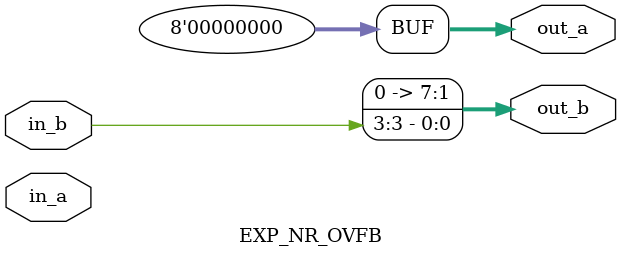
<source format=v>
module EXP_NR_OVFB (in_a, in_b, out_a, out_b);
   input [3:0] in_a;
   input [3:0] in_b;
   output reg [7:0] out_a;
   output reg [7:0] out_b;

   always @(in_a or in_b)
   begin 
      out_a = in_a << 9;
      out_b = in_b >> 3;
   end
endmodule


</source>
